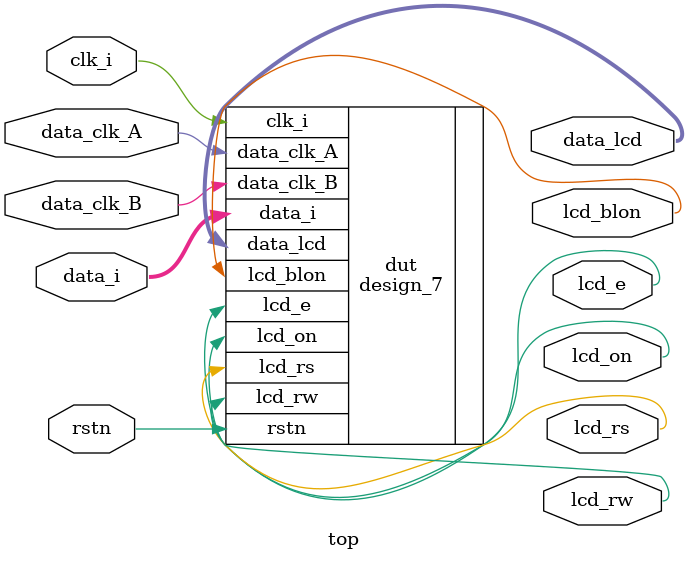
<source format=sv>
module top(
	input  logic [15:0] data_i,
	input  logic clk_i,data_clk_A,data_clk_B,rstn,
	output logic lcd_e, lcd_rs,lcd_on,lcd_blon,lcd_rw,
	output logic [7:0] data_lcd
);
	design_7 dut(
		.clk_i(clk_i),
		.lcd_e(lcd_e),
		.lcd_rs(lcd_rs),
		.lcd_on(lcd_on),
		.lcd_blon(lcd_blon),
		.lcd_rw(lcd_rw),
		.data_i(data_i),
		.data_lcd(data_lcd),
		.data_clk_A(data_clk_A),
		.data_clk_B(data_clk_B),
		.rstn(rstn)
	);
	
endmodule

</source>
